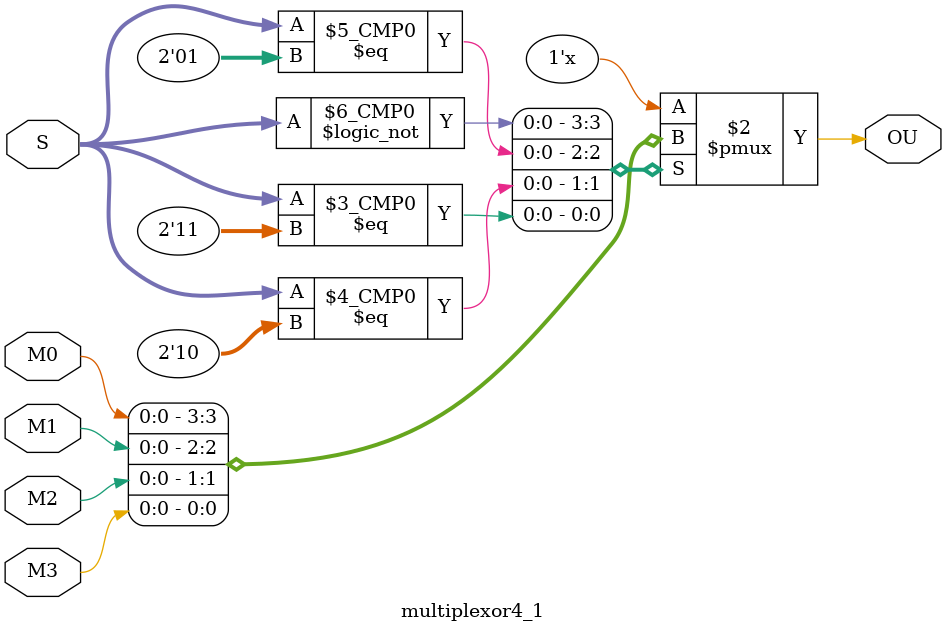
<source format=v>
module multiplexor4_1(input [1:0] S,input M0,input M1,input M2,input M3,output reg OU);

always@(S or M0 or M1 or M2 or M3) begin

case(S)
0:OU=M0;
1:OU=M1;
2:OU=M2;
3:OU=M3;
endcase

end

endmodule
</source>
